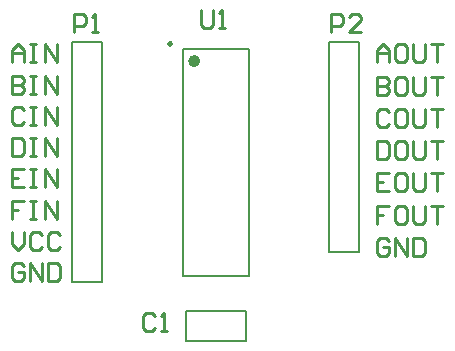
<source format=gto>
G04*
G04 #@! TF.GenerationSoftware,Altium Limited,Altium Designer,20.1.8 (145)*
G04*
G04 Layer_Color=65535*
%FSLAX44Y44*%
%MOMM*%
G71*
G04*
G04 #@! TF.SameCoordinates,75F11AF6-1907-44B1-ADD1-13284BB66220*
G04*
G04*
G04 #@! TF.FilePolarity,Positive*
G04*
G01*
G75*
%ADD10C,0.1270*%
%ADD11C,0.2000*%
%ADD12C,0.2540*%
D10*
X781652Y723966D02*
G03*
X781652Y723966I-4318J0D01*
G01*
X780751D02*
G03*
X780751Y723966I-3417J0D01*
G01*
X780034D02*
G03*
X780034Y723966I-2700J0D01*
G01*
X779130D02*
G03*
X779130Y723966I-1796J0D01*
G01*
X778391Y723712D02*
G03*
X778391Y723712I-803J0D01*
G01*
X778053Y724982D02*
G03*
X778053Y724982I-1481J0D01*
G01*
X777755Y723712D02*
G03*
X777755Y723712I-1437J0D01*
G01*
X758556Y738444D02*
G03*
X758556Y738444I-1796J0D01*
G01*
X757896Y738698D02*
G03*
X757896Y738698I-1136J0D01*
G01*
X757328D02*
G03*
X757328Y738698I-568J0D01*
G01*
D11*
X768130Y733860D02*
X824130D01*
Y541860D02*
Y733860D01*
X768130Y541860D02*
X824130D01*
X768130D02*
Y733860D01*
X891380Y739875D02*
X916780D01*
Y562075D02*
Y739875D01*
X891380Y562075D02*
X916780D01*
X891380D02*
Y739875D01*
X674210Y536675D02*
Y739875D01*
Y536675D02*
X699610D01*
Y739875D01*
X674210D02*
X699610D01*
X821530Y486570D02*
Y511970D01*
X770730Y486570D02*
X821530D01*
X770730D02*
Y511970D01*
X821530D01*
D12*
X932020Y722950D02*
Y733107D01*
X937098Y738185D01*
X942177Y733107D01*
Y722950D01*
Y730568D01*
X932020D01*
X954873Y738185D02*
X949794D01*
X947255Y735646D01*
Y725489D01*
X949794Y722950D01*
X954873D01*
X957412Y725489D01*
Y735646D01*
X954873Y738185D01*
X962490D02*
Y725489D01*
X965029Y722950D01*
X970108D01*
X972647Y725489D01*
Y738185D01*
X977725D02*
X987882D01*
X982804D01*
Y722950D01*
X932020Y710880D02*
Y695645D01*
X939638D01*
X942177Y698184D01*
Y700723D01*
X939638Y703263D01*
X932020D01*
X939638D01*
X942177Y705802D01*
Y708341D01*
X939638Y710880D01*
X932020D01*
X954873D02*
X949794D01*
X947255Y708341D01*
Y698184D01*
X949794Y695645D01*
X954873D01*
X957412Y698184D01*
Y708341D01*
X954873Y710880D01*
X962490D02*
Y698184D01*
X965029Y695645D01*
X970108D01*
X972647Y698184D01*
Y710880D01*
X977725D02*
X987882D01*
X982804D01*
Y695645D01*
X942177Y681036D02*
X939638Y683575D01*
X934559D01*
X932020Y681036D01*
Y670879D01*
X934559Y668340D01*
X939638D01*
X942177Y670879D01*
X954873Y683575D02*
X949794D01*
X947255Y681036D01*
Y670879D01*
X949794Y668340D01*
X954873D01*
X957412Y670879D01*
Y681036D01*
X954873Y683575D01*
X962490D02*
Y670879D01*
X965029Y668340D01*
X970108D01*
X972647Y670879D01*
Y683575D01*
X977725D02*
X987882D01*
X982804D01*
Y668340D01*
X932020Y656270D02*
Y641035D01*
X939638D01*
X942177Y643574D01*
Y653731D01*
X939638Y656270D01*
X932020D01*
X954873D02*
X949794D01*
X947255Y653731D01*
Y643574D01*
X949794Y641035D01*
X954873D01*
X957412Y643574D01*
Y653731D01*
X954873Y656270D01*
X962490D02*
Y643574D01*
X965029Y641035D01*
X970108D01*
X972647Y643574D01*
Y656270D01*
X977725D02*
X987882D01*
X982804D01*
Y641035D01*
X942177Y628965D02*
X932020D01*
Y613730D01*
X942177D01*
X932020Y621348D02*
X937098D01*
X954873Y628965D02*
X949794D01*
X947255Y626426D01*
Y616269D01*
X949794Y613730D01*
X954873D01*
X957412Y616269D01*
Y626426D01*
X954873Y628965D01*
X962490D02*
Y616269D01*
X965029Y613730D01*
X970108D01*
X972647Y616269D01*
Y628965D01*
X977725D02*
X987882D01*
X982804D01*
Y613730D01*
X942177Y601660D02*
X932020D01*
Y594043D01*
X937098D01*
X932020D01*
Y586425D01*
X954873Y601660D02*
X949794D01*
X947255Y599121D01*
Y588964D01*
X949794Y586425D01*
X954873D01*
X957412Y588964D01*
Y599121D01*
X954873Y601660D01*
X962490D02*
Y588964D01*
X965029Y586425D01*
X970108D01*
X972647Y588964D01*
Y601660D01*
X977725D02*
X987882D01*
X982804D01*
Y586425D01*
X942177Y571816D02*
X939638Y574355D01*
X934559D01*
X932020Y571816D01*
Y561659D01*
X934559Y559120D01*
X939638D01*
X942177Y561659D01*
Y566738D01*
X937098D01*
X947255Y559120D02*
Y574355D01*
X957412Y559120D01*
Y574355D01*
X962490D02*
Y559120D01*
X970108D01*
X972647Y561659D01*
Y571816D01*
X970108Y574355D01*
X962490D01*
X633567Y682669D02*
X631027Y685208D01*
X625949D01*
X623410Y682669D01*
Y672512D01*
X625949Y669973D01*
X631027D01*
X633567Y672512D01*
X638645Y685208D02*
X643723D01*
X641184D01*
Y669973D01*
X638645D01*
X643723D01*
X651341D02*
Y685208D01*
X661498Y669973D01*
Y685208D01*
X633567Y550226D02*
X631027Y552765D01*
X625949D01*
X623410Y550226D01*
Y540069D01*
X625949Y537530D01*
X631027D01*
X633567Y540069D01*
Y545148D01*
X628488D01*
X638645Y537530D02*
Y552765D01*
X648802Y537530D01*
Y552765D01*
X653880D02*
Y537530D01*
X661498D01*
X664037Y540069D01*
Y550226D01*
X661498Y552765D01*
X653880D01*
X623410Y579254D02*
Y569097D01*
X628488Y564019D01*
X633567Y569097D01*
Y579254D01*
X648802Y576715D02*
X646263Y579254D01*
X641184D01*
X638645Y576715D01*
Y566558D01*
X641184Y564019D01*
X646263D01*
X648802Y566558D01*
X664037Y576715D02*
X661498Y579254D01*
X656419D01*
X653880Y576715D01*
Y566558D01*
X656419Y564019D01*
X661498D01*
X664037Y566558D01*
X633567Y605742D02*
X623410D01*
Y598125D01*
X628488D01*
X623410D01*
Y590507D01*
X638645Y605742D02*
X643723D01*
X641184D01*
Y590507D01*
X638645D01*
X643723D01*
X651341D02*
Y605742D01*
X661498Y590507D01*
Y605742D01*
X633567Y632231D02*
X623410D01*
Y616996D01*
X633567D01*
X623410Y624613D02*
X628488D01*
X638645Y632231D02*
X643723D01*
X641184D01*
Y616996D01*
X638645D01*
X643723D01*
X651341D02*
Y632231D01*
X661498Y616996D01*
Y632231D01*
X623410Y658719D02*
Y643484D01*
X631027D01*
X633567Y646023D01*
Y656180D01*
X631027Y658719D01*
X623410D01*
X638645D02*
X643723D01*
X641184D01*
Y643484D01*
X638645D01*
X643723D01*
X651341D02*
Y658719D01*
X661498Y643484D01*
Y658719D01*
X623410Y711696D02*
Y696461D01*
X631027D01*
X633567Y699001D01*
Y701540D01*
X631027Y704079D01*
X623410D01*
X631027D01*
X633567Y706618D01*
Y709157D01*
X631027Y711696D01*
X623410D01*
X638645D02*
X643723D01*
X641184D01*
Y696461D01*
X638645D01*
X643723D01*
X651341D02*
Y711696D01*
X661498Y696461D01*
Y711696D01*
X623410Y722950D02*
Y733107D01*
X628488Y738185D01*
X633567Y733107D01*
Y722950D01*
Y730567D01*
X623410D01*
X638645Y738185D02*
X643723D01*
X641184D01*
Y722950D01*
X638645D01*
X643723D01*
X651341D02*
Y738185D01*
X661498Y722950D01*
Y738185D01*
X783433Y767398D02*
Y754702D01*
X785973Y752162D01*
X791051D01*
X793590Y754702D01*
Y767398D01*
X798668Y752162D02*
X803747D01*
X801208D01*
Y767398D01*
X798668Y764858D01*
X892810Y748444D02*
Y763679D01*
X900427D01*
X902967Y761140D01*
Y756062D01*
X900427Y753522D01*
X892810D01*
X918202Y748444D02*
X908045D01*
X918202Y758601D01*
Y761140D01*
X915663Y763679D01*
X910584D01*
X908045Y761140D01*
X675640Y748444D02*
Y763679D01*
X683258D01*
X685797Y761140D01*
Y756062D01*
X683258Y753522D01*
X675640D01*
X690875Y748444D02*
X695953D01*
X693414D01*
Y763679D01*
X690875Y761140D01*
X744060Y508158D02*
X741521Y510698D01*
X736442D01*
X733903Y508158D01*
Y498002D01*
X736442Y495462D01*
X741521D01*
X744060Y498002D01*
X749138Y495462D02*
X754217D01*
X751678D01*
Y510698D01*
X749138Y508158D01*
M02*

</source>
